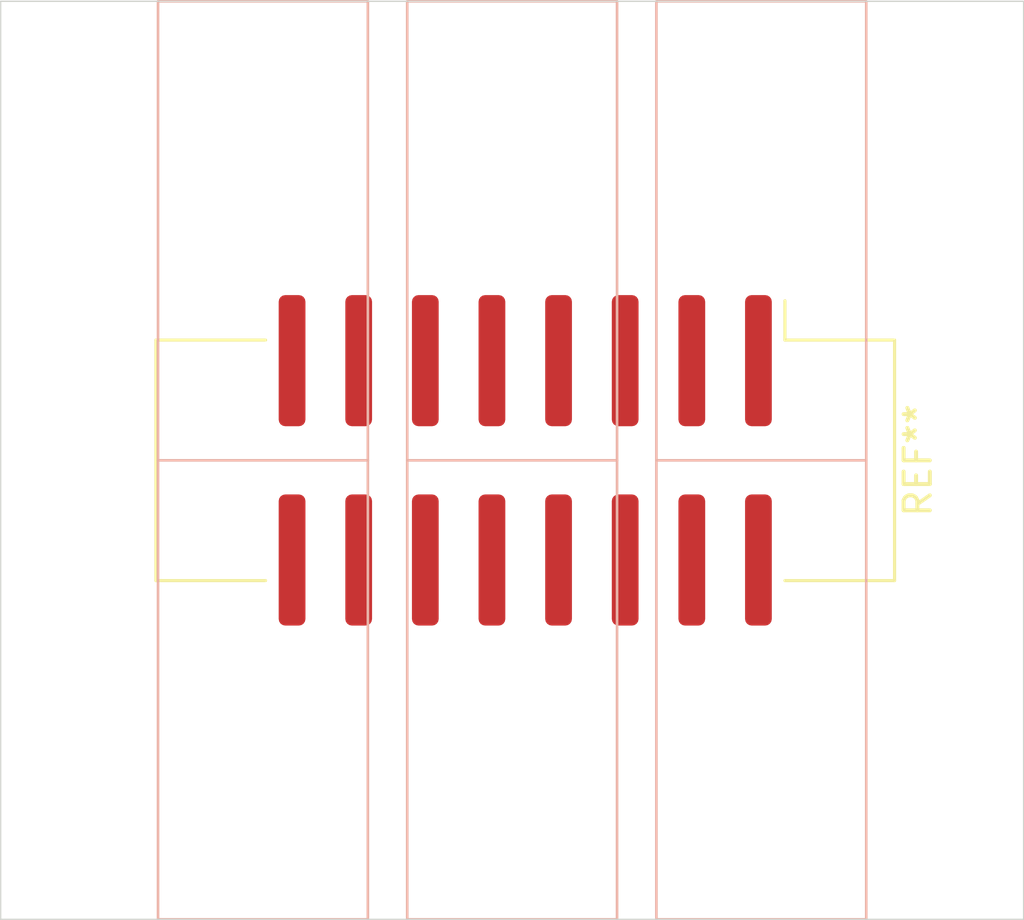
<source format=kicad_pcb>
(kicad_pcb (version 20241229) (generator "pcbnew") (generator_version "9.0")
  (layers (0 "F.Cu" signal) (2 "B.Cu" signal) (13 "F.Paste" user) (15 "B.Paste" user) (5 "F.SilkS" user "F.Silkscreen") (7 "B.SilkS" user "B.Silkscreen") (1 "F.Mask" user) (3 "B.Mask" user) (25 "Edge.Cuts" user))
  (net 0 "")
  (footprint "Connector_IDC:IDC-Header_2x08_P2.54mm_Vertical_SMD" (layer "F.Cu") (at 70 67.5 -90)
    (property "Reference" "REF**" (at 0 -14.97 90) (layer "F.SilkS"))
    (property "Value" "IDC-Header_2x08_P2.54mm_Vertical_SMD")
    (fp_line (start -4.585 14.08) (end 4.585 14.08) (stroke (width 0.12)) (layer "F.SilkS"))
    (fp_line (start 4.585 14.08) (end 4.585 9.9) (stroke (width 0.12)) (layer "F.SilkS"))
    (fp_line (start -4.585 9.9) (end -4.585 14.08) (stroke (width 0.12)) (layer "F.SilkS"))
    (fp_line (start -4.585 -9.9) (end -6.085 -9.9) (stroke (width 0.12)) (layer "F.SilkS"))
    (fp_line (start -4.585 -9.9) (end -4.585 -14.08) (stroke (width 0.12)) (layer "F.SilkS"))
    (fp_line (start -4.585 -14.08) (end 4.585 -14.08) (stroke (width 0.12)) (layer "F.SilkS"))
    (fp_line (start 4.585 -14.08) (end 4.585 -9.9) (stroke (width 0.12)) (layer "F.SilkS"))
    (pad "1" smd roundrect (at -3.8 -8.89 270) (size 5 1.02) (layers "F.Cu" "F.Mask" "F.Paste") (roundrect_rratio 0.245098))
    (pad "2" smd roundrect (at 3.8 -8.89 270) (size 5 1.02) (layers "F.Cu" "F.Mask" "F.Paste") (roundrect_rratio 0.245098))
    (pad "3" smd roundrect (at -3.8 -6.35 270) (size 5 1.02) (layers "F.Cu" "F.Mask" "F.Paste") (roundrect_rratio 0.245098))
    (pad "4" smd roundrect (at 3.8 -6.35 270) (size 5 1.02) (layers "F.Cu" "F.Mask" "F.Paste") (roundrect_rratio 0.245098))
    (pad "5" smd roundrect (at -3.8 -3.81 270) (size 5 1.02) (layers "F.Cu" "F.Mask" "F.Paste") (roundrect_rratio 0.245098))
    (pad "6" smd roundrect (at 3.8 -3.81 270) (size 5 1.02) (layers "F.Cu" "F.Mask" "F.Paste") (roundrect_rratio 0.245098))
    (pad "7" smd roundrect (at -3.8 -1.27 270) (size 5 1.02) (layers "F.Cu" "F.Mask" "F.Paste") (roundrect_rratio 0.245098))
    (pad "8" smd roundrect (at 3.8 -1.27 270) (size 5 1.02) (layers "F.Cu" "F.Mask" "F.Paste") (roundrect_rratio 0.245098))
    (pad "9" smd roundrect (at -3.8 1.27 270) (size 5 1.02) (layers "F.Cu" "F.Mask" "F.Paste") (roundrect_rratio 0.245098))
    (pad "10" smd roundrect (at 3.8 1.27 270) (size 5 1.02) (layers "F.Cu" "F.Mask" "F.Paste") (roundrect_rratio 0.245098))
    (pad "11" smd roundrect (at -3.8 3.81 270) (size 5 1.02) (layers "F.Cu" "F.Mask" "F.Paste") (roundrect_rratio 0.245098))
    (pad "12" smd roundrect (at 3.8 3.81 270) (size 5 1.02) (layers "F.Cu" "F.Mask" "F.Paste") (roundrect_rratio 0.245098))
    (pad "13" smd roundrect (at -3.8 6.35 270) (size 5 1.02) (layers "F.Cu" "F.Mask" "F.Paste") (roundrect_rratio 0.245098))
    (pad "14" smd roundrect (at 3.8 6.35 270) (size 5 1.02) (layers "F.Cu" "F.Mask" "F.Paste") (roundrect_rratio 0.245098))
    (pad "15" smd roundrect (at -3.8 8.89 270) (size 5 1.02) (layers "F.Cu" "F.Mask" "F.Paste") (roundrect_rratio 0.245098))
    (pad "16" smd roundrect (at 3.8 8.89 270) (size 5 1.02) (layers "F.Cu" "F.Mask" "F.Paste") (roundrect_rratio 0.245098))
  )
  (gr_line (start 65.5 67.5) (end 73.5 67.5) (stroke (width 0.1)) (layer "B.SilkS"))
  (gr_rect (start 56 50) (end 64 85) (stroke (width 0.1)) (fill no) (layer "B.SilkS"))
  (gr_rect (start 65.5 50) (end 73.5 85) (stroke (width 0.1)) (fill no) (layer "B.SilkS"))
  (gr_line (start 75 67.5) (end 83 67.5) (stroke (width 0.1)) (layer "B.SilkS"))
  (gr_line (start 64 67.5) (end 56 67.5) (stroke (width 0.1)) (layer "B.SilkS"))
  (gr_rect (start 75 50) (end 83 85) (stroke (width 0.1)) (fill no) (layer "B.SilkS"))
  (gr_rect (start 50 50) (end 89 85) (stroke (width 0.05)) (fill no) (layer "Edge.Cuts"))
)
</source>
